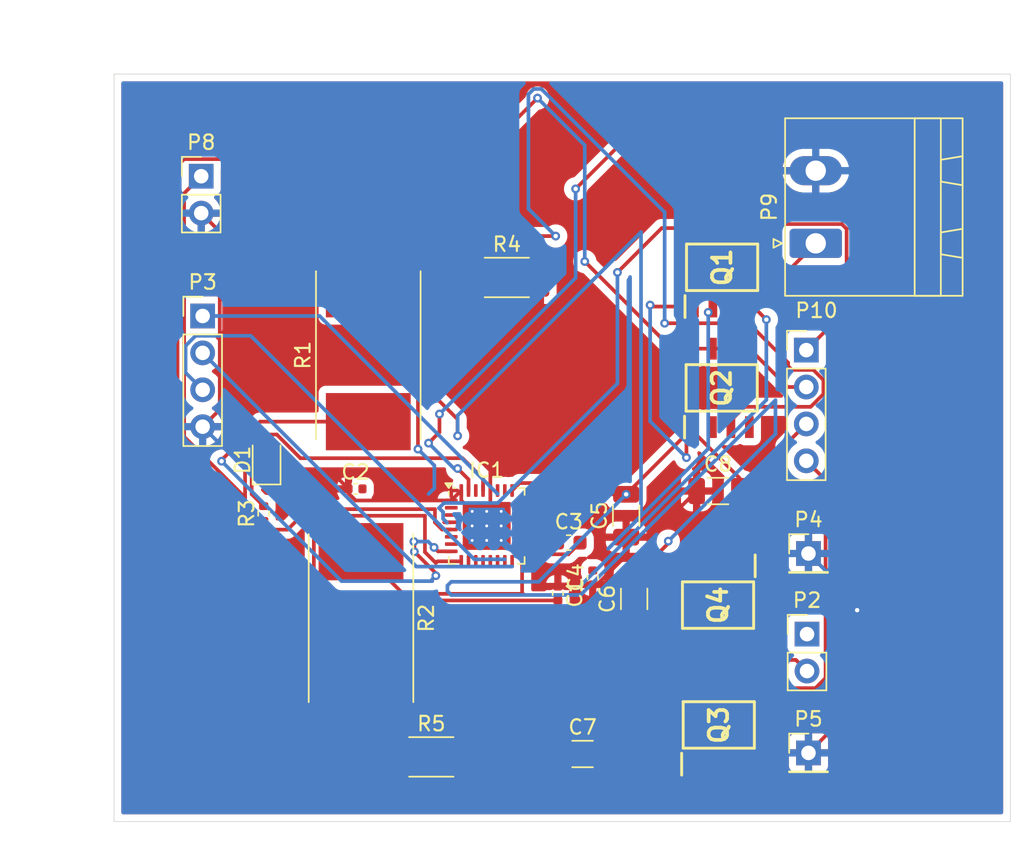
<source format=kicad_pcb>
(kicad_pcb (version 20240108) (generator "pcbnew") (generator_version "8.0")
  (layers (0 "F.Cu" signal) (31 "B.Cu" signal) (34 "B.Paste" user) (35 "F.Paste" user) (36 "B.SilkS" user "B.Silkscreen") (37 "F.SilkS" user "F.Silkscreen") (38 "B.Mask" user) (39 "F.Mask" user) (44 "Edge.Cuts" user))
  (net 0 "")
  (net 1 "Net-(IC1-5V_OUT)")
  (net 2 "GND")
  (net 3 "VM")
  (net 4 "Net-(IC1-VHS)")
  (net 5 "VCC_IO")
  (net 6 "Net-(D1-A)")
  (net 7 "HB2")
  (net 8 "A1")
  (net 10 "LA1")
  (net 12 "Net-(IC1-DIR)")
  (net 13 "SG_TEST")
  (net 14 "CLK16")
  (net 15 "Net-(IC1-STEP)")
  (net 16 "Net-(IC1-SRB)")
  (net 17 "LB2")
  (net 18 "HB1")
  (net 20 "LA2")
  (net 21 "A2")
  (net 23 "B2")
  (net 24 "Net-(IC1-SRA)")
  (net 26 "B1")
  (net 27 "HA2")
  (net 28 "HA1")
  (net 29 "LB1")
  (net 30 "DRV_EN")
  (net 31 "SRA")
  (net 32 "SRB")
  (footprint "Resistor_SMD:R_0402_1005Metric" (layer "F.Cu") (at 104.9 105.35 90)
    (property "Reference" "R3" (at 0 -1.17 90) (layer "F.SilkS"))
    (property "Value" "RCA04021K00JNED")
    (pad "1" smd roundrect (at -0.51 0 90) (size 0.54 0.64) (layers "F.Cu" "F.Paste" "F.Mask") (net 5 "VCC_IO"))
    (pad "2" smd roundrect (at 0.51 0 90) (size 0.54 0.64) (layers "F.Cu" "F.Paste" "F.Mask") (net 6 "Net-(D1-A)"))
  )
  (footprint "Connector_Phoenix_MSTB:PhoenixContact_MSTBA_2,5_2-G_1x02_P5.00mm_Horizontal" (layer "F.Cu") (at 142.9 86.75 90)
    (property "Reference" "P9" (at 2.5 -3.2 90) (layer "F.SilkS"))
    (property "Value" "VM")
    (pad "1" thru_hole roundrect (at 0 0 90) (size 2 3.6) (drill 1.4) (layers "*.Cu" "*.Mask") (roundrect_rratio 0.125) (net 3 "VM"))
    (pad "2" thru_hole oval (at 5 0 90) (size 2 3.6) (drill 1.4) (layers "*.Cu" "*.Mask") (net 2 "GND"))
  )
  (footprint "Capacitor_SMD:C_1206_3216Metric" (layer "F.Cu") (at 136.175 103.8)
    (property "Reference" "C8" (at 0 -1.85 360) (layer "F.SilkS"))
    (property "Value" "GMJ316BB7106KLHT")
    (pad "1" smd roundrect (at -1.475 0) (size 1.15 1.8) (layers "F.Cu" "F.Paste" "F.Mask") (roundrect_rratio 0.217391) (net 2 "GND"))
    (pad "2" smd roundrect (at 1.475 0) (size 1.15 1.8) (layers "F.Cu" "F.Paste" "F.Mask") (roundrect_rratio 0.217391) (net 3 "VM"))
  )
  (footprint "Custom_Library:SOT127P600X175-8N" (layer "F.Cu") (at 136.225 119.9 90)
    (property "Reference" "Q3" (at 0 0 90) (layer "F.SilkS") (effects (font (size 1.27 1.27) (thickness 0.254))))
    (property "Value" "SI4532CDY-T1-GE3" (hide yes))
    (pad "1" smd rect (at -2.7 -1.905 180) (size 0.6 1.5) (layers "F.Cu" "F.Paste" "F.Mask") (net 3 "VM"))
    (pad "2" smd rect (at -2.7 -0.635 180) (size 0.6 1.5) (layers "F.Cu" "F.Paste" "F.Mask") (net 7 "HB2"))
    (pad "3" smd rect (at -2.7 0.635 180) (size 0.6 1.5) (layers "F.Cu" "F.Paste" "F.Mask") (net 32 "SRB"))
    (pad "4" smd rect (at -2.7 1.905 180) (size 0.6 1.5) (layers "F.Cu" "F.Paste" "F.Mask") (net 17 "LB2"))
    (pad "5" smd rect (at 2.7 1.905 180) (size 0.6 1.5) (layers "F.Cu" "F.Paste" "F.Mask") (net 23 "B2"))
    (pad "6" smd rect (at 2.7 0.635 180) (size 0.6 1.5) (layers "F.Cu" "F.Paste" "F.Mask") (net 23 "B2"))
    (pad "7" smd rect (at 2.7 -0.635 180) (size 0.6 1.5) (layers "F.Cu" "F.Paste" "F.Mask") (net 23 "B2"))
    (pad "8" smd rect (at 2.7 -1.905 180) (size 0.6 1.5) (layers "F.Cu" "F.Paste" "F.Mask") (net 23 "B2"))
  )
  (footprint "Resistor_SMD:R_2010_5025Metric" (layer "F.Cu") (at 116.4375 122.1)
    (property "Reference" "R5" (at 0 -2.28 360) (layer "F.SilkS"))
    (property "Value" "WFMB2010R0750FEA")
    (pad "1" smd roundrect (at -2.3125 0) (size 1.225 2.65) (layers "F.Cu" "F.Paste" "F.Mask") (roundrect_rratio 0.204082) (net 32 "SRB"))
    (pad "2" smd roundrect (at 2.3125 0) (size 1.225 2.65) (layers "F.Cu" "F.Paste" "F.Mask") (roundrect_rratio 0.204082) (net 2 "GND"))
  )
  (footprint "Connector_PinHeader_2.54mm:PinHeader_1x02_P2.54mm_Vertical" (layer "F.Cu") (at 100.6 82.13)
    (property "Reference" "P8" (at 0 -2.33 0) (layer "F.SilkS"))
    (property "Value" "VCC_IO")
    (pad "1" thru_hole rect (at 0 0) (size 1.7 1.7) (drill 1) (layers "*.Cu" "*.Mask") (net 5 "VCC_IO"))
    (pad "2" thru_hole oval (at 0 2.54) (size 1.7 1.7) (drill 1) (layers "*.Cu" "*.Mask") (net 2 "GND"))
  )
  (footprint "Custom_Library:SOT127P600X175-8N" (layer "F.Cu") (at 136.175 111.65 -90)
    (property "Reference" "Q4" (at 0 0 90) (layer "F.SilkS") (effects (font (size 1.27 1.27) (thickness 0.254))))
    (property "Value" "SI4532CDY-T1-GE3" (hide yes))
    (pad "1" smd rect (at -2.7 -1.905) (size 0.6 1.5) (layers "F.Cu" "F.Paste" "F.Mask") (net 3 "VM"))
    (pad "2" smd rect (at -2.7 -0.635) (size 0.6 1.5) (layers "F.Cu" "F.Paste" "F.Mask") (net 18 "HB1"))
    (pad "3" smd rect (at -2.7 0.635) (size 0.6 1.5) (layers "F.Cu" "F.Paste" "F.Mask") (net 32 "SRB"))
    (pad "4" smd rect (at -2.7 1.905) (size 0.6 1.5) (layers "F.Cu" "F.Paste" "F.Mask") (net 29 "LB1"))
    (pad "5" smd rect (at 2.7 1.905) (size 0.6 1.5) (layers "F.Cu" "F.Paste" "F.Mask") (net 26 "B1"))
    (pad "6" smd rect (at 2.7 0.635) (size 0.6 1.5) (layers "F.Cu" "F.Paste" "F.Mask") (net 26 "B1"))
    (pad "7" smd rect (at 2.7 -0.635) (size 0.6 1.5) (layers "F.Cu" "F.Paste" "F.Mask") (net 26 "B1"))
    (pad "8" smd rect (at 2.7 -1.905) (size 0.6 1.5) (layers "F.Cu" "F.Paste" "F.Mask") (net 26 "B1"))
  )
  (footprint "Custom_Library:SOT127P600X175-8N" (layer "F.Cu") (at 136.455 88.4 90)
    (property "Reference" "Q1" (at 0 0 90) (layer "F.SilkS") (effects (font (size 1.27 1.27) (thickness 0.254))))
    (property "Value" "SI4532CDY-T1-GE3" (hide yes))
    (pad "1" smd rect (at -2.7 -1.905 180) (size 0.6 1.5) (layers "F.Cu" "F.Paste" "F.Mask") (net 3 "VM"))
    (pad "2" smd rect (at -2.7 -0.635 180) (size 0.6 1.5) (layers "F.Cu" "F.Paste" "F.Mask") (net 27 "HA2"))
    (pad "3" smd rect (at -2.7 0.635 180) (size 0.6 1.5) (layers "F.Cu" "F.Paste" "F.Mask") (net 31 "SRA"))
    (pad "4" smd rect (at -2.7 1.905 180) (size 0.6 1.5) (layers "F.Cu" "F.Paste" "F.Mask") (net 20 "LA2"))
    (pad "5" smd rect (at 2.7 1.905 180) (size 0.6 1.5) (layers "F.Cu" "F.Paste" "F.Mask") (net 21 "A2"))
    (pad "6" smd rect (at 2.7 0.635 180) (size 0.6 1.5) (layers "F.Cu" "F.Paste" "F.Mask") (net 21 "A2"))
    (pad "7" smd rect (at 2.7 -0.635 180) (size 0.6 1.5) (layers "F.Cu" "F.Paste" "F.Mask") (net 21 "A2"))
    (pad "8" smd rect (at 2.7 -1.905 180) (size 0.6 1.5) (layers "F.Cu" "F.Paste" "F.Mask") (net 21 "A2"))
  )
  (footprint "Connector_PinHeader_2.54mm:PinHeader_1x02_P2.54mm_Vertical" (layer "F.Cu") (at 142.3 113.65)
    (property "Reference" "P2" (at 0 -2.33 0) (layer "F.SilkS"))
    (property "Value" "STEP/DIR")
    (pad "1" thru_hole rect (at 0 0) (size 1.7 1.7) (drill 1) (layers "*.Cu" "*.Mask") (net 12 "Net-(IC1-DIR)"))
    (pad "2" thru_hole oval (at 0 2.54) (size 1.7 1.7) (drill 1) (layers "*.Cu" "*.Mask") (net 15 "Net-(IC1-STEP)"))
  )
  (footprint "LED_SMD:LED_0805_2012Metric" (layer "F.Cu") (at 105.1 101.6625 90)
    (property "Reference" "D1" (at 0 -1.65 90) (layer "F.SilkS"))
    (property "Value" "KB_EELP41.12-P1R2-36-3X4X-5-R18")
    (pad "1" smd roundrect (at -0.9375 0 90) (size 0.975 1.4) (layers "F.Cu" "F.Paste" "F.Mask") (net 2 "GND"))
    (pad "2" smd roundrect (at 0.9375 0 90) (size 0.975 1.4) (layers "F.Cu" "F.Paste" "F.Mask") (net 6 "Net-(D1-A)"))
  )
  (footprint "Capacitor_SMD:C_1206_3216Metric" (layer "F.Cu") (at 130.4 111.225 90)
    (property "Reference" "C6" (at 0 -1.85 90) (layer "F.SilkS"))
    (property "Value" "GMJ316BB7106KLHT")
    (pad "1" smd roundrect (at -1.475 0 90) (size 1.15 1.8) (layers "F.Cu" "F.Paste" "F.Mask") (roundrect_rratio 0.217391) (net 2 "GND"))
    (pad "2" smd roundrect (at 1.475 0 90) (size 1.15 1.8) (layers "F.Cu" "F.Paste" "F.Mask") (roundrect_rratio 0.217391) (net 3 "VM"))
  )
  (footprint "Capacitor_SMD:C_0402_1005Metric" (layer "F.Cu") (at 125.15 110.85 -90)
    (property "Reference" "C1" (at 0 -1.16 90) (layer "F.SilkS"))
    (property "Value" "CGA2B1X7S1C474K050BE")
    (pad "1" smd roundrect (at -0.48 0 270) (size 0.56 0.62) (layers "F.Cu" "F.Paste" "F.Mask") (net 2 "GND"))
    (pad "2" smd roundrect (at 0.48 0 270) (size 0.56 0.62) (layers "F.Cu" "F.Paste" "F.Mask") (net 1 "Net-(IC1-5V_OUT)"))
  )
  (footprint "Connector_PinHeader_2.54mm:PinHeader_1x04_P2.54mm_Vertical" (layer "F.Cu") (at 100.7 91.75)
    (property "Reference" "P3" (at 0 -2.33 0) (layer "F.SilkS"))
    (property "Value" "MISC")
    (pad "1" thru_hole rect (at 0 0) (size 1.7 1.7) (drill 1) (layers "*.Cu" "*.Mask") (net 13 "SG_TEST"))
    (pad "2" thru_hole oval (at 0 2.54) (size 1.7 1.7) (drill 1) (layers "*.Cu" "*.Mask") (net 14 "CLK16"))
    (pad "3" thru_hole oval (at 0 5.08) (size 1.7 1.7) (drill 1) (layers "*.Cu" "*.Mask") (net 30 "DRV_EN"))
    (pad "4" thru_hole oval (at 0 7.62) (size 1.7 1.7) (drill 1) (layers "*.Cu" "*.Mask") (net 2 "GND"))
  )
  (footprint "Capacitor_SMD:C_0402_1005Metric" (layer "F.Cu") (at 111.22 103.65)
    (property "Reference" "C2" (at 0 -1.16 0) (layer "F.SilkS"))
    (property "Value" "04025C104MAT2A")
    (pad "1" smd roundrect (at -0.48 0) (size 0.56 0.62) (layers "F.Cu" "F.Paste" "F.Mask") (net 2 "GND"))
    (pad "2" smd roundrect (at 0.48 0) (size 0.56 0.62) (layers "F.Cu" "F.Paste" "F.Mask") (net 3 "VM"))
  )
  (footprint "Resistor_SMD:R_Shunt_Vishay_WSR2_WSR3" (layer "F.Cu") (at 112.1 94.449141 90)
    (property "Reference" "R1" (at 0 -4.5 90) (layer "F.SilkS"))
    (property "Value" "WSR2R0500FEA")
    (pad "1" smd rect (at -4.575 0 90) (size 3.94 5.84) (layers "F.Cu" "F.Paste" "F.Mask") (net 24 "Net-(IC1-SRA)"))
    (pad "2" smd rect (at 4.575 0 90) (size 3.94 5.84) (layers "F.Cu" "F.Paste" "F.Mask") (net 31 "SRA"))
  )
  (footprint "Connector_PinHeader_2.54mm:PinHeader_1x04_P2.54mm_Vertical" (layer "F.Cu") (at 142.25 94.1)
    (property "Reference" "P10" (at 0.7 -2.73 0) (layer "F.SilkS"))
    (property "Value" "MAB")
    (pad "1" thru_hole rect (at 0 0) (size 1.7 1.7) (drill 1) (layers "*.Cu" "*.Mask") (net 21 "A2"))
    (pad "2" thru_hole oval (at 0 2.54) (size 1.7 1.7) (drill 1) (layers "*.Cu" "*.Mask") (net 8 "A1"))
    (pad "3" thru_hole oval (at 0 5.08) (size 1.7 1.7) (drill 1) (layers "*.Cu" "*.Mask") (net 26 "B1"))
    (pad "4" thru_hole oval (at 0 7.62) (size 1.7 1.7) (drill 1) (layers "*.Cu" "*.Mask") (net 23 "B2"))
  )
  (footprint "Connector_PinHeader_2.54mm:PinHeader_1x01_P2.54mm_Vertical" (layer "F.Cu") (at 142.4 121.825)
    (property "Reference" "P5" (at 0 -2.33 0) (layer "F.SilkS"))
    (property "Value" "Conn_01x01")
    (pad "1" thru_hole rect (at 0 0) (size 1.7 1.7) (drill 1) (layers "*.Cu" "*.Mask") (net 2 "GND"))
  )
  (footprint "Capacitor_SMD:C_0402_1005Metric" (layer "F.Cu") (at 127.55 109.75 90)
    (property "Reference" "C4" (at 0 -1.16 90) (layer "F.SilkS"))
    (property "Value" "0402X7R104KT7AT")
    (pad "1" smd roundrect (at -0.48 0 90) (size 0.56 0.62) (layers "F.Cu" "F.Paste" "F.Mask") (net 2 "GND"))
    (pad "2" smd roundrect (at 0.48 0 90) (size 0.56 0.62) (layers "F.Cu" "F.Paste" "F.Mask") (net 5 "VCC_IO"))
  )
  (footprint "Capacitor_SMD:C_0603_1608Metric" (layer "F.Cu") (at 125.9 107.35)
    (property "Reference" "C3" (at 0 -1.43 0) (layer "F.SilkS"))
    (property "Value" "C0603X224K4RACAUTO")
    (pad "1" smd roundrect (at -0.775 0) (size 0.9 0.95) (layers "F.Cu" "F.Paste" "F.Mask") (net 3 "VM"))
    (pad "2" smd roundrect (at 0.775 0) (size 0.9 0.95) (layers "F.Cu" "F.Paste" "F.Mask") (net 4 "Net-(IC1-VHS)"))
  )
  (footprint "Capacitor_SMD:C_1206_3216Metric" (layer "F.Cu") (at 126.85 121.9)
    (property "Reference" "C7" (at 0 -1.85 360) (layer "F.SilkS"))
    (property "Value" "GMJ316BB7106KLHT")
    (pad "1" smd roundrect (at -1.475 0) (size 1.15 1.8) (layers "F.Cu" "F.Paste" "F.Mask") (roundrect_rratio 0.217391) (net 2 "GND"))
    (pad "2" smd roundrect (at 1.475 0) (size 1.15 1.8) (layers "F.Cu" "F.Paste" "F.Mask") (roundrect_rratio 0.217391) (net 3 "VM"))
  )
  (footprint "Connector_PinHeader_2.54mm:PinHeader_1x01_P2.54mm_Vertical" (layer "F.Cu") (at 142.4 108.1)
    (property "Reference" "P4" (at 0 -2.33 0) (layer "F.SilkS"))
    (property "Value" "Conn_01x01")
    (pad "1" thru_hole rect (at 0 0) (size 1.7 1.7) (drill 1) (layers "*.Cu" "*.Mask") (net 2 "GND"))
  )
  (footprint "Capacitor_SMD:C_1206_3216Metric" (layer "F.Cu") (at 129.85 105.5 90)
    (property "Reference" "C5" (at 0 -1.85 90) (layer "F.SilkS"))
    (property "Value" "GMJ316BB7106KLHT")
    (pad "1" smd roundrect (at -1.475 0 90) (size 1.15 1.8) (layers "F.Cu" "F.Paste" "F.Mask") (roundrect_rratio 0.217391) (net 2 "GND"))
    (pad "2" smd roundrect (at 1.475 0 90) (size 1.15 1.8) (layers "F.Cu" "F.Paste" "F.Mask") (roundrect_rratio 0.217391) (net 3 "VM"))
  )
  (footprint "Resistor_SMD:R_Shunt_Vishay_WSR2_WSR3" (layer "F.Cu") (at 111.6 112.55 -90)
    (property "Reference" "R2" (at 0 -4.5 90) (layer "F.SilkS"))
    (property "Value" "WSR2R0500FEA")
    (pad "1" smd rect (at -4.575 0 270) (size 3.94 5.84) (layers "F.Cu" "F.Paste" "F.Mask") (net 16 "Net-(IC1-SRB)"))
    (pad "2" smd rect (at 4.575 0 270) (size 3.94 5.84) (layers "F.Cu" "F.Paste" "F.Mask") (net 32 "SRB"))
  )
  (footprint "Package_DFN_QFN:QFN-32-1EP_5x5mm_P0.5mm_EP3.3x3.3mm_ThermalVias" (layer "F.Cu") (at 120.25 106.2)
    (property "Reference" "IC1" (at 0 -3.83 360) (layer "F.SilkS"))
    (property "Value" "~")
    (pad "1" smd roundrect (at -2.4375 -1.75) (size 0.875 0.25) (layers "F.Cu" "F.Paste" "F.Mask") (net 2 "GND"))
    (pad "2" smd roundrect (at -2.4375 -1.25) (size 0.875 0.25) (layers "F.Cu" "F.Paste" "F.Mask") (net 28 "HA1"))
    (pad "3" smd roundrect (at -2.4375 -0.75) (size 0.875 0.25) (layers "F.Cu" "F.Paste" "F.Mask") (net 27 "HA2"))
    (pad "4" smd roundrect (at -2.4375 -0.25) (size 0.875 0.25) (layers "F.Cu" "F.Paste" "F.Mask") (net 21 "A2"))
    (pad "5" smd roundrect (at -2.4375 0.25) (size 0.875 0.25) (layers "F.Cu" "F.Paste" "F.Mask") (net 8 "A1"))
    (pad "6" smd roundrect (at -2.4375 0.75) (size 0.875 0.25) (layers "F.Cu" "F.Paste" "F.Mask") (net 10 "LA1"))
    (pad "7" smd roundrect (at -2.4375 1.25) (size 0.875 0.25) (layers "F.Cu" "F.Paste" "F.Mask") (net 20 "LA2"))
    (pad "8" smd roundrect (at -2.4375 1.75) (size 0.875 0.25) (layers "F.Cu" "F.Paste" "F.Mask") (net 24 "Net-(IC1-SRA)"))
    (pad "9" smd roundrect (at -1.75 2.4375) (size 0.25 0.875) (layers "F.Cu" "F.Paste" "F.Mask") (net 1 "Net-(IC1-5V_OUT)"))
    (pad "10" smd roundrect (at -1.25 2.4375) (size 0.25 0.875) (layers "F.Cu" "F.Paste" "F.Mask"))
    (pad "11" smd roundrect (at -0.75 2.4375) (size 0.25 0.875) (layers "F.Cu" "F.Paste" "F.Mask"))
    (pad "12" smd roundrect (at -0.25 2.4375) (size 0.25 0.875) (layers "F.Cu" "F.Paste" "F.Mask"))
    (pad "13" smd roundrect (at 0.25 2.4375) (size 0.25 0.875) (layers "F.Cu" "F.Paste" "F.Mask") (net 2 "GND"))
    (pad "14" smd roundrect (at 0.75 2.4375) (size 0.25 0.875) (layers "F.Cu" "F.Paste" "F.Mask"))
    (pad "15" smd roundrect (at 1.25 2.4375) (size 0.25 0.875) (layers "F.Cu" "F.Paste" "F.Mask") (net 30 "DRV_EN"))
    (pad "16" smd roundrect (at 1.75 2.4375) (size 0.25 0.875) (layers "F.Cu" "F.Paste" "F.Mask") (net 14 "CLK16"))
    (pad "17" smd roundrect (at 2.4375 1.75) (size 0.875 0.25) (layers "F.Cu" "F.Paste" "F.Mask") (net 16 "Net-(IC1-SRB)"))
    (pad "18" smd roundrect (at 2.4375 1.25) (size 0.875 0.25) (layers "F.Cu" "F.Paste" "F.Mask") (net 17 "LB2"))
    (pad "19" smd roundrect (at 2.4375 0.75) (size 0.875 0.25) (layers "F.Cu" "F.Paste" "F.Mask") (net 29 "LB1"))
    (pad "20" smd roundrect (at 2.4375 0.25) (size 0.875 0.25) (layers "F.Cu" "F.Paste" "F.Mask") (net 26 "B1"))
    (pad "21" smd roundrect (at 2.4375 -0.25) (size 0.875 0.25) (layers "F.Cu" "F.Paste" "F.Mask") (net 23 "B2"))
    (pad "22" smd roundrect (at 2.4375 -0.75) (size 0.875 0.25) (layers "F.Cu" "F.Paste" "F.Mask") (net 7 "HB2"))
    (pad "23" smd roundrect (at 2.4375 -1.25) (size 0.875 0.25) (layers "F.Cu" "F.Paste" "F.Mask") (net 18 "HB1"))
    (pad "24" smd roundrect (at 2.4375 -1.75) (size 0.875 0.25) (layers "F.Cu" "F.Paste" "F.Mask") (net 4 "Net-(IC1-VHS)"))
    (pad "25" smd roundrect (at 1.75 -2.4375) (size 0.25 0.875) (layers "F.Cu" "F.Paste" "F.Mask") (net 3 "VM"))
    (pad "26" smd roundrect (at 1.25 -2.4375) (size 0.25 0.875) (layers "F.Cu" "F.Paste" "F.Mask"))
    (pad "27" smd roundrect (at 0.75 -2.4375) (size 0.25 0.875) (layers "F.Cu" "F.Paste" "F.Mask") (net 13 "SG_TEST"))
    (pad "28" smd roundrect (at 0.25 -2.4375) (size 0.25 0.875) (layers "F.Cu" "F.Paste" "F.Mask") (net 2 "GND"))
    (pad "29" smd roundrect (at -0.25 -2.4375) (size 0.25 0.875) (layers "F.Cu" "F.Paste" "F.Mask") (net 5 "VCC_IO"))
    (pad "30" smd roundrect (at -0.75 -2.4375) (size 0.25 0.875) (layers "F.Cu" "F.Paste" "F.Mask") (net 12 "Net-(IC1-DIR)"))
    (pad "31" smd roundrect (at -1.25 -2.4375) (size 0.25 0.875) (layers "F.Cu" "F.Paste" "F.Mask") (net 15 "Net-(IC1-STEP)"))
    (pad "32" smd roundrect (at -1.75 -2.4375) (size 0.25 0.875) (layers "F.Cu" "F.Paste" "F.Mask") (net 2 "GND"))
    (pad "33" thru_hole circle (at -1 -1) (size 0.5 0.5) (drill 0.2) (property pad_prop_heatsink) (layers "*.Cu") (net 2 "GND"))
    (pad "33" thru_hole circle (at -1 0) (size 0.5 0.5) (drill 0.2) (property pad_prop_heatsink) (layers "*.Cu") (net 2 "GND"))
    (pad "33" thru_hole circle (at -1 1) (size 0.5 0.5) (drill 0.2) (property pad_prop_heatsink) (layers "*.Cu") (net 2 "GND"))
    (pad "33" thru_hole circle (at 0 -1) (size 0.5 0.5) (drill 0.2) (property pad_prop_heatsink) (layers "*.Cu") (net 2 "GND"))
    (pad "33" thru_hole circle (at 0 0) (size 0.5 0.5) (drill 0.2) (property pad_prop_heatsink) (layers "*.Cu") (net 2 "GND"))
    (pad "33" smd rect (at 0 0) (size 2.5 2.5) (property pad_prop_heatsink) (layers "B.Cu") (net 2 "GND"))
    (pad "33" smd rect (at 0 0) (size 3.3 3.3) (property pad_prop_heatsink) (layers "F.Cu" "F.Mask") (net 2 "GND"))
    (pad "33" thru_hole circle (at 0 1) (size 0.5 0.5) (drill 0.2) (property pad_prop_heatsink) (layers "*.Cu") (net 2 "GND"))
    (pad "33" thru_hole circle (at 1 -1) (size 0.5 0.5) (drill 0.2) (property pad_prop_heatsink) (layers "*.Cu") (net 2 "GND"))
    (pad "33" thru_hole circle (at 1 0) (size 0.5 0.5) (drill 0.2) (property pad_prop_heatsink) (layers "*.Cu") (net 2 "GND"))
    (pad "33" thru_hole circle (at 1 1) (size 0.5 0.5) (drill 0.2) (property pad_prop_heatsink) (layers "*.Cu") (net 2 "GND"))
  )
  (footprint "Custom_Library:SOT127P600X175-8N" (layer "F.Cu") (at 136.425 96.7 90)
    (property "Reference" "Q2" (at 0 0 90) (layer "F.SilkS") (effects (font (size 1.27 1.27) (thickness 0.254))))
    (property "Value" "SI4532CDY-T1-GE3" (hide yes))
    (pad "1" smd rect (at -2.7 -1.905 180) (size 0.6 1.5) (layers "F.Cu" "F.Paste" "F.Mask") (net 3 "VM"))
    (pad "2" smd rect (at -2.7 -0.635 180) (size 0.6 1.5) (layers "F.Cu" "F.Paste" "F.Mask") (net 28 "HA1"))
    (pad "3" smd rect (at -2.7 0.635 180) (size 0.6 1.5) (layers "F.Cu" "F.Paste" "F.Mask") (net 31 "SRA"))
    (pad "4" smd rect (at -2.7 1.905 180) (size 0.6 1.5) (layers "F.Cu" "F.Paste" "F.Mask") (net 10 "LA1"))
    (pad "5" smd rect (at 2.7 1.905 180) (size 0.6 1.5) (layers "F.Cu" "F.Paste" "F.Mask") (net 8 "A1"))
    (pad "6" smd rect (at 2.7 0.635 180) (size 0.6 1.5) (layers "F.Cu" "F.Paste" "F.Mask") (net 8 "A1"))
    (pad "7" smd rect (at 2.7 -0.635 180) (size 0.6 1.5) (layers "F.Cu" "F.Paste" "F.Mask") (net 8 "A1"))
    (pad "8" smd rect (at 2.7 -1.905 180) (size 0.6 1.5) (layers "F.Cu" "F.Paste" "F.Mask") (net 8 "A1"))
  )
  (footprint "Resistor_SMD:R_2010_5025Metric" (layer "F.Cu") (at 121.6375 89.1)
    (property "Reference" "R4" (at 0 -2.28 360) (layer "F.SilkS"))
    (property "Value" "WFMB2010R0750FEA")
    (pad "1" smd roundrect (at -2.3125 0) (size 1.225 2.65) (layers "F.Cu" "F.Paste" "F.Mask") (roundrect_rratio 0.204082) (net 31 "SRA"))
    (pad "2" smd roundrect (at 2.3125 0) (size 1.225 2.65) (layers "F.Cu" "F.Paste" "F.Mask") (roundrect_rratio 0.204082) (net 2 "GND"))
  )
  (gr_rect (start 94.6 75.1) (end 156.3 126.55) (stroke (width 0.05)) (fill none) (layer "Edge.Cuts"))
  (segment (start 116 108) (end 116.75 108.75) (width 0.254) (layer "F.Cu") (net 1))
  (segment (start 109.411 111.33) (end 108.353 110.272) (width 0.254) (layer "F.Cu") (net 1))
  (segment (start 108.5 105.5) (end 116 105.5) (width 0.254) (layer "F.Cu") (net 1))
  (segment (start 116.8625 108.6375) (end 118.5 108.6375) (width 0.254) (layer "F.Cu") (net 1))
  (segment (start 108.353 105.647) (end 108.5 105.5) (width 0.254) (layer "F.Cu") (net 1))
  (segment (start 116.75 108.75) (end 116.8625 108.6375) (width 0.254) (layer "F.Cu") (net 1))
  (segment (start 125.15 111.33) (end 109.411 111.33) (width 0.254) (layer "F.Cu") (net 1))
  (segment (start 108.353 110.272) (end 108.353 105.647) (width 0.254) (layer "F.Cu") (net 1))
  (segment (start 116 105.5) (end 116 108) (width 0.254) (layer "F.Cu") (net 1))
  (segment (start 142.4 121.825) (end 145.75 118.475) (width 0.254) (layer "F.Cu") (net 2))
  (segment (start 123.95 89.1) (end 120.5 92.55) (width 0.254) (layer "F.Cu") (net 2))
  (segment (start 105.1 102.6) (end 109.69 102.6) (width 0.254) (layer "F.Cu") (net 2))
  (segment (start 101.877 98.193) (end 100.7 99.37) (width 0.254) (layer "F.Cu") (net 2))
  (segment (start 109.69 102.6) (end 110.74 103.65) (width 0.254) (layer "F.Cu") (net 2))
  (segment (start 101.877 85.947) (end 101.877 98.193) (width 0.254) (layer "F.Cu") (net 2))
  (segment (start 111.230001 104.45) (end 117.8125 104.45) (width 0.254) (layer "F.Cu") (net 2))
  (segment (start 131.525 106.975) (end 134.7 103.8) (width 0.254) (layer "F.Cu") (net 2))
  (segment (start 142.9 81.75) (end 142.9 81.1) (width 0.254) (layer "F.Cu") (net 2))
  (segment (start 129.85 106.975) (end 131.525 106.975) (width 0.254) (layer "F.Cu") (net 2))
  (segment (start 118.5 103.7625) (end 118.5 104.45) (width 0.254) (layer "F.Cu") (net 2))
  (segment (start 125.375 121.9) (end 125.375 117.725) (width 0.254) (layer "F.Cu") (net 2))
  (segment (start 120.5 103.7625) (end 120.5 104.95) (width 0.254) (layer "F.Cu") (net 2))
  (segment (start 120.5 104.95) (end 120.25 105.2) (width 0.254) (layer "F.Cu") (net 2))
  (segment (start 142.9 81.1) (end 143 81) (width 0.254) (layer "F.Cu") (net 2))
  (segment (start 120.5 92.55) (end 120.5 103.7625) (width 0.254) (layer "F.Cu") (net 2))
  (segment (start 142.9 81.75) (end 131.3 81.75) (width 0.254) (layer "F.Cu") (net 2))
  (segment (start 129.85 108.239999) (end 129.85 106.975) (width 0.254) (layer "F.Cu") (net 2))
  (segment (start 127.55 110.23) (end 127.859999 110.23) (width 0.254) (layer "F.Cu") (net 2))
  (segment (start 100.6 84.67) (end 128.38 84.67) (width 0.254) (layer "F.Cu") (net 2))
  (segment (start 117.8125 104.45) (end 118.5 103.7625) (width 0.254) (layer "F.Cu") (net 2))
  (segment (start 110.74 103.65) (end 110.74 103.959999) (width 0.254) (layer "F.Cu") (net 2))
  (segment (start 110.74 103.959999) (end 111.230001 104.45) (width 0.254) (layer "F.Cu") (net 2))
  (segment (start 100.6 84.67) (end 101.877 85.947) (width 0.254) (layer "F.Cu") (net 2))
  (segment (start 128.38 84.67) (end 130.9 82.15) (width 0.254) (layer "F.Cu") (net 2))
  (segment (start 125.175 122.1) (end 125.375 121.9) (width 0.254) (layer "F.Cu") (net 2))
  (segment (start 130.9 82.15) (end 123.95 89.1) (width 0.254) (layer "F.Cu") (net 2))
  (segment (start 118.75 122.1) (end 125.175 122.1) (width 0.254) (layer "F.Cu") (net 2))
  (segment (start 130.4 112.7) (end 127.93 110.23) (width 0.254) (layer "F.Cu") (net 2))
  (segment (start 127.55 110.23) (end 125.29 110.23) (width 0.254) (layer "F.Cu") (net 2))
  (segment (start 131.3 81.75) (end 130.9 82.15) (width 0.254) (layer "F.Cu") (net 2))
  (segment (start 125.29 110.23) (end 125.15 110.37) (width 0.254) (layer "F.Cu") (net 2))
  (segment (start 125.375 117.725) (end 130.4 112.7) (width 0.254) (layer "F.Cu") (net 2))
  (segment (start 145.75 118.475) (end 145.75 112) (width 0.254) (layer "F.Cu") (net 2))
  (segment (start 127.859999 110.23) (end 129.85 108.239999) (width 0.254) (layer "F.Cu") (net 2))
  (segment (start 127.93 110.23) (end 127.55 110.23) (width 0.254) (layer "F.Cu") (net 2))
  (segment (start 118.5 104.45) (end 119.25 105.2) (width 0.254) (layer "F.Cu") (net 2))
  (via blind (at 145.75 112) (size 0.6) (drill 0.3) (layers "F.Cu" "B.Cu") (net 2))
  (segment (start 103.83 102.5) (end 104.75 102.5) (width 0.254) (layer "B.Cu") (net 2))
  (segment (start 145.25 110.95) (end 142.4 108.1) (width 0.254) (layer "B.Cu") (net 2))
  (segment (start 100.7 99.37) (end 103.83 102.5) (width 0.254) (layer "B.Cu") (net 2))
  (segment (start 145.25 111.5) (end 145.25 110.95) (width 0.254) (layer "B.Cu") (net 2))
  (segment (start 145.75 112) (end 145.25 111.5) (width 0.254) (layer "B.Cu") (net 2))
  (segment (start 131.627 118.598) (end 131.627 110.977) (width 0.254) (layer "F.Cu") (net 3))
  (segment (start 137.65 102.9) (end 137.65 103.8) (width 0.254) (layer "F.Cu") (net 3))
  (segment (start 134.55 90.7) (end 134.55 91.1) (width 0.254) (layer "F.Cu") (net 3))
  (segment (start 137.65 108.52) (end 138.08 108.95) (width 0.254) (layer "F.Cu") (net 3))
  (segment (start 125.125 103.375) (end 125.25 103.25) (width 0.254) (layer "F.Cu") (net 3))
  (segment (start 142.9 86.75) (end 139.627 90.023) (width 0.254) (layer "F.Cu") (net 3))
  (segment (start 122.5125 103.25) (end 122 103.7625) (width 0.254) (layer "F.Cu") (net 3))
  (segment (start 131.627 110.977) (end 130.4 109.75) (width 0.254) (layer "F.Cu") (net 3))
  (segment (start 129.85 104.025) (end 134.475 99.4) (width 0.254) (layer "F.Cu") (net 3))
  (segment (start 137.65 103.8) (end 137.65 108.52) (width 0.254) (layer "F.Cu") (net 3))
  (segment (start 128.325 121.9) (end 131.627 118.598) (width 0.254) (layer "F.Cu") (net 3))
  (segment (start 134.52 99.4) (end 134.52 99.77) (width 0.254) (layer "F.Cu") (net 3))
  (segment (start 130.4 109.75) (end 132.75 107.4) (width 0.254) (layer "F.Cu") (net 3))
  (segment (start 128.325 121.9) (end 129.025 122.6) (width 0.254) (layer "F.Cu") (net 3))
  (segment (start 125.25 103.25) (end 126.025 104.025) (width 0.254) (layer "F.Cu") (net 3))
  (segment (start 134.52 99.77) (end 137.65 102.9) (width 0.254) (layer "F.Cu") (net 3))
  (segment (start 126.025 104.025) (end 129.85 104.025) (width 0.254) (layer "F.Cu") (net 3))
  (segment (start 129.025 122.6) (end 134.32 122.6) (width 0.254) (layer "F.Cu") (net 3))
  (segment (start 139.627 90.023) (end 135.227 90.023) (width 0.254) (layer "F.Cu") (net 3))
  (segment (start 134 101.5) (end 134 99.92) (width 0.254) (layer "F.Cu") (net 3))
  (segment (start 134.55 91.1) (end 131.6 91.1) (width 0.254) (layer "F.Cu") (net 3))
  (segment (start 125.125 107.35) (end 125.125 103.375) (width 0.254) (layer "F.Cu") (net 3))
  (segment (start 135.227 90.023) (end 134.55 90.7) (width 0.254) (layer "F.Cu") (net 3))
  (segment (start 131.6 91.1) (end 131.5 91) (width 0.254) (layer "F.Cu") (net 3))
  (segment (start 134.475 99.4) (end 134.52 99.4) (width 0.254) (layer "F.Cu") (net 3))
  (segment (start 125.25 103.25) (end 122.5125 103.25) (width 0.254) (layer "F.Cu") (net 3))
  (segment (start 132.75 107.4) (end 132.75 107.25) (width 0.254) (layer "F.Cu") (net 3))
  (segment (start 134 99.92) (end 134.52 99.4) (width 0.254) (layer "F.Cu") (net 3))
  (via blind (at 134 101.5) (size 0.6) (drill 0.3) (layers "F.Cu" "B.Cu") (net 3))
  (via blind (at 131.5 91) (size 0.6) (drill 0.3) (layers "F.Cu" "B.Cu") (net 3))
  (via blind (at 129.85 104.025) (size 0.6) (drill 0.3) (layers "F.Cu" "B.Cu") (net 3))
  (via blind (at 132.75 107.25) (size 0.6) (drill 0.3) (layers "F.Cu" "B.Cu") (net 3))
  (segment (start 140.127 97.543817) (end 126.716817 110.954) (width 0.254) (layer "B.Cu") (net 3))
  (segment (start 123.829 110.046) (end 129.85 104.025) (width 0.254) (layer "B.Cu") (net 3))
  (segment (start 132.75 107.25) (end 140.127 99.873) (width 0.254) (layer "B.Cu") (net 3))
  (segment (start 117.811947 110.046) (end 123.829 110.046) (width 0.254) (layer "B.Cu") (net 3))
  (segment (start 117.811947 110.954) (end 117.546 110.688053) (width 0.254) (layer "B.Cu") (net 3))
  (segment (start 131.5 91) (end 131.5 99) (width 0.254) (layer "B.Cu") (net 3))
  (segment (start 140.127 99.873) (end 140.127 97.543817) (width 0.254) (layer "B.Cu") (net 3))
  (segment (start 131.5 99) (end 134 101.5) (width 0.254) (layer "B.Cu") (net 3))
  (segment (start 117.546 110.688053) (end 117.546 110.311947) (width 0.254) (layer "B.Cu") (net 3))
  (segment (start 117.546 110.311947) (end 117.811947 110.046) (width 0.254) (layer "B.Cu") (net 3))
  (segment (start 126.716817 110.954) (end 117.811947 110.954) (width 0.254) (layer "B.Cu") (net 3))
  (segment (start 124.671 104.5) (end 124.671 103.75) (width 0.254) (layer "F.Cu") (net 4))
  (segment (start 124.671 103.75) (end 123.25 103.75) (width 0.254) (layer "F.Cu") (net 4))
  (segment (start 124.66512 108.152) (end 124.348 107.83488) (width 0.254) (layer "F.Cu") (net 4))
  (segment (start 125.873 108.152) (end 124.66512 108.152) (width 0.254) (layer "F.Cu") (net 4))
  (segment (start 126.675 107.35) (end 125.873 108.152) (width 0.254) (layer "F.Cu") (net 4))
  (segment (start 124.348 107.83488) (end 124.348 104.823) (width 0.254) (layer "F.Cu") (net 4))
  (segment (start 124.348 104.823) (end 124.671 104.5) (width 0.254) (layer "F.Cu") (net 4))
  (segment (start 123.25 103.75) (end 123.25 103.8875) (width 0.254) (layer "F.Cu") (net 4))
  (segment (start 123.25 103.8875) (end 122.6875 104.45) (width 0.254) (layer "F.Cu") (net 4))
  (segment (start 120 102.954) (end 120 103.7625) (width 0.254) (layer "F.Cu") (net 5))
  (segment (start 107.428418 101.5395) (end 118.5855 101.5395) (width 0.254) (layer "F.Cu") (net 5))
  (segment (start 103.619 104.25) (end 103.619 100.692082) (width 0.254) (layer "F.Cu") (net 5))
  (segment (start 103.619 100.692082) (end 104.400582 99.9105) (width 0.254) (layer "F.Cu") (net 5))
  (segment (start 118.5855 101.5395) (end 120 102.954) (width 0.254) (layer "F.Cu") (net 5))
  (segment (start 100.6 82.13) (end 99.423 83.307) (width 0.254) (layer "F.Cu") (net 5))
  (segment (start 105.799418 99.9105) (end 107.428418 101.5395) (width 0.254) (layer "F.Cu") (net 5))
  (segment (start 99.423 100.054) (end 103.619 104.25) (width 0.254) (layer "F.Cu") (net 5))
  (segment (start 103.619 104.579) (end 103.619 104.25) (width 0.254) (layer "F.Cu") (net 5))
  (segment (start 104.9 105.86) (end 103.619 104.579) (width 0.254) (layer "F.Cu") (net 5))
  (segment (start 99.423 83.307) (end 99.423 100.054) (width 0.254) (layer "F.Cu") (net 5))
  (segment (start 104.400582 99.9105) (end 105.799418 99.9105) (width 0.254) (layer "F.Cu") (net 5))
  (segment (start 104.073 101.752) (end 105.1 100.725) (width 0.254) (layer "F.Cu") (net 6))
  (segment (start 104.9 104.84) (end 104.073 104.013) (width 0.254) (layer "F.Cu") (net 6))
  (segment (start 104.073 104.013) (end 104.073 101.752) (width 0.254) (layer "F.Cu") (net 6))
  (segment (start 138.33 94) (end 137.06 94) (width 0.254) (layer "F.Cu") (net 8))
  (segment (start 104.519892 106.457) (end 106.543 106.457) (width 0.254) (layer "F.Cu") (net 8))
  (segment (start 117.180379 106.45) (end 117.8125 106.45) (width 0.254) (layer "F.Cu") (net 8))
  (segment (start 123.75 76.75) (end 119.547 80.953) (width 0.254) (layer "F.Cu") (net 8))
  (segment (start 133 94) (end 127 88) (width 0.254) (layer "F.Cu") (net 8))
  (segment (start 134.52 94) (end 133 94) (width 0.254) (layer "F.Cu") (net 8))
  (segment (start 140.97 96.64) (end 138.33 94) (width 0.254) (layer "F.Cu") (net 8))
  (segment (start 119.547 80.953) (end 99.423 80.953) (width 0.254) (layer "F.Cu") (net 8))
  (segment (start 135.79 94) (end 134.52 94) (width 0.254) (layer "F.Cu") (net 8))
  (segment (start 99.423 80.953) (end 98.969 81.407) (width 0.254) (layer "F.Cu") (net 8))
  (segment (start 106.543 106.457) (end 108.375 104.625) (width 0.254) (layer "F.Cu") (net 8))
  (segment (start 116.688864 105.958485) (end 117.180379 106.45) (width 0.254) (layer "F.Cu") (net 8))
  (segment (start 98.969 81.407) (end 98.969 100.906108) (width 0.254) (layer "F.Cu") (net 8))
  (segment (start 108.375 104.625) (end 108.796 105.046) (width 0.254) (layer "F.Cu") (net 8))
  (segment (start 98.969 100.906108) (end 104.519892 106.457) (width 0.254) (layer "F.Cu") (net 8))
  (segment (start 142.25 96.64) (end 140.97 96.64) (width 0.254) (layer "F.Cu") (net 8))
  (segment (start 116.688864 105.046) (end 116.688864 105.958485) (width 0.254) (layer "F.Cu") (net 8))
  (segment (start 137.06 94) (end 135.79 94) (width 0.254) (layer "F.Cu") (net 8))
  (segment (start 108.375 104.625) (end 108.5 104.5) (width 0.254) (layer "F.Cu") (net 8))
  (segment (start 108.796 105.046) (end 116.688864 105.046) (width 0.254) (layer "F.Cu") (net 8))
  (via blind (at 127 88) (size 0.6) (drill 0.3) (layers "F.Cu" "B.Cu") (net 8))
  (via blind (at 123.75 76.75) (size 0.6) (drill 0.3) (layers "F.Cu" "B.Cu") (net 8))
  (segment (start 127 80) (end 123.75 76.75) (width 0.254) (layer "B.Cu") (net 8))
  (segment (start 127 88) (end 127 80) (width 0.254) (layer "B.Cu") (net 8))
  (segment (start 100.7 91.75) (end 108.75 91.75) (width 0.254) (layer "B.Cu") (net 13))
  (segment (start 108.75 91.75) (end 121 104) (width 0.254) (layer "B.Cu") (net 13))
  (segment (start 115.41 109) (end 122 109) (width 0.254) (layer "B.Cu") (net 14))
  (segment (start 100.7 94.29) (end 115.41 109) (width 0.254) (layer "B.Cu") (net 14))
  (segment (start 117 99.75) (end 116.25 100.5) (width 0.254) (layer "F.Cu") (net 15))
  (segment (start 119 103) (end 119 103.7625) (width 0.254) (layer "F.Cu") (net 15))
  (segment (start 145.25 80) (end 129.373 80) (width 0.254) (layer "F.Cu") (net 15))
  (segment (start 117 98.5) (end 117 99.75) (width 0.254) (layer "F.Cu") (net 15))
  (segment (start 144.031 116.861053) (end 144.031 92.969) (width 0.254) (layer "F.Cu") (net 15))
  (segment (start 145.481 91.519) (end 145.481 80.231) (width 0.254) (layer "F.Cu") (net 15))
  (segment (start 142.3 116.19) (end 141.537 115.427) (width 0.254) (layer "F.Cu") (net 15))
  (segment (start 137.503 118.277) (end 142.615053 118.277) (width 0.254) (layer "F.Cu") (net 15))
  (segment (start 142.615053 118.277) (end 144.031 116.861053) (width 0.254) (layer "F.Cu") (net 15))
  (segment (start 145.481 80.231) (end 145.25 80) (width 0.254) (layer "F.Cu") (net 15))
  (segment (start 144.031 92.969) (end 145.481 91.519) (width 0.254) (layer "F.Cu") (net 15))
  (segment (start 138.199 115.427) (end 137.503 116.123) (width 0.254) (layer "F.Cu") (net 15))
  (segment (start 129.373 80) (end 126.373 83) (width 0.254) (layer "F.Cu") (net 15))
  (segment (start 118.25 102.25) (end 119 103) (width 0.254) (layer "F.Cu") (net 15))
  (segment (start 137.503 116.123) (end 137.503 118.277) (width 0.254) (layer "F.Cu") (net 15))
  (segment (start 141.537 115.427) (end 138.199 115.427) (width 0.254) (layer "F.Cu") (net 15))
  (via blind (at 118.25 102.25) (size 0.6) (drill 0.3) (layers "F.Cu" "B.Cu") (net 15))
  (via blind (at 116.25 100.5) (size 0.6) (drill 0.3) (layers "F.Cu" "B.Cu") (net 15))
  (via blind (at 126.373 83) (size 0.6) (drill 0.3) (layers "F.Cu" "B.Cu") (net 15))
  (via blind (at 117 98.5) (size 0.6) (drill 0.3) (layers "F.Cu" "B.Cu") (net 15))
  (segment (start 116.25 100.5) (end 118 102.25) (width 0.254) (layer "B.Cu") (net 15))
  (segment (start 118 102.25) (end 118.25 102.25) (width 0.254) (layer "B.Cu") (net 15))
  (segment (start 126.373 83) (end 126.373 89.127) (width 0.254) (layer "B.Cu") (net 15))
  (segment (start 126.373 89.127) (end 117 98.5) (width 0.254) (layer "B.Cu") (net 15))
  (segment (start 111.6 107.975) (end 114.501 110.876) (width 0.254) (layer "F.Cu") (net 16))
  (segment (start 114.501 110.876) (end 122.75 110.876) (width 0.254) (layer "F.Cu") (net 16))
  (segment (start 122.6875 110.8135) (end 122.6875 107.95) (width 0.254) (layer "F.Cu") (net 16))
  (segment (start 122.75 110.876) (end 122.6875 110.8135) (width 0.254) (layer "F.Cu") (net 16))
  (segment (start 138.36 91.1) (end 138.6 91.1) (width 0.254) (layer "F.Cu") (net 20))
  (segment (start 138.6 91.1) (end 139.5 92) (width 0.254) (layer "F.Cu") (net 20))
  (via blind (at 139.5 92) (size 0.6) (drill 0.3) (layers "F.Cu" "B.Cu") (net 20))
  (segment (start 139.5 97.528764) (end 126.528764 110.5) (width 0.254) (layer "B.Cu") (net 20))
  (segment (start 139.5 92) (end 139.5 97.528764) (width 0.254) (layer "B.Cu") (net 20))
  (segment (start 135.82 85.7) (end 134.55 85.7) (width 0.254) (layer "F.Cu") (net 21))
  (segment (start 142.25 94.1) (end 145.027 91.323) (width 0.254) (layer "F.Cu") (net 21))
  (segment (start 137.09 85.7) (end 135.82 85.7) (width 0.254) (layer "F.Cu") (net 21))
  (segment (start 117.322432 105.95) (end 117.8125 105.95) (width 0.254) (layer "F.Cu") (net 21))
  (segment (start 134.55 85.7) (end 132.3 85.7) (width 0.254) (layer "F.Cu") (net 21))
  (segment (start 144.695928 85.423) (end 138.637 85.423) (width 0.254) (layer "F.Cu") (net 21))
  (segment (start 145.027 91.323) (end 145.027 85.754072) (width 0.254) (layer "F.Cu") (net 21))
  (segment (start 137.09 85.7) (end 138.36 85.7) (width 0.254) (layer "F.Cu") (net 21))
  (segment (start 145.027 85.754072) (end 144.695928 85.423) (width 0.254) (layer "F.Cu") (net 21))
  (segment (start 132.3 85.7) (end 129.25 88.75) (width 0.254) (layer "F.Cu") (net 21))
  (segment (start 138.637 85.423) (end 138.36 85.7) (width 0.254) (layer "F.Cu") (net 21))
  (via blind (at 129.25 88.75) (size 0.6) (drill 0.3) (layers "F.Cu" "B.Cu") (net 21))
  (segment (start 129.25 88.75) (end 129.25 96.392052) (width 0.254) (layer "B.Cu") (net 21))
  (segment (start 129.25 96.392052) (end 121.019052 104.623) (width 0.254) (layer "B.Cu") (net 21))
  (segment (start 121.019052 104.623) (end 117.31371 104.623) (width 0.254) (layer "B.Cu") (net 21))
  (segment (start 117.25 105.711948) (end 117.519026 105.980974) (width 0.254) (layer "B.Cu") (net 21))
  (segment (start 117.31371 104.623) (end 116.968355 104.968355) (width 0.254) (layer "B.Cu") (net 21))
  (segment (start 117.25 105.25) (end 117.25 105.711948) (width 0.254) (layer "B.Cu") (net 21))
  (segment (start 116.968355 104.968355) (end 117.25 105.25) (width 0.254) (layer "B.Cu") (net 21))
  (segment (start 142.883 117.367) (end 138.297 117.367) (width 0.254) (layer "F.Cu") (net 23))
  (segment (start 138.297 117.367) (end 138.13 117.2) (width 0.254) (layer "F.Cu") (net 23))
  (segment (start 143.577 116.673) (end 142.883 117.367) (width 0.254) (layer "F.Cu") (net 23))
  (segment (start 142.25 101.72) (end 143.577 103.047) (width 0.254) (layer "F.Cu") (net 23))
  (segment (start 143.577 103.047) (end 143.577 116.673) (width 0.254) (layer "F.Cu") (net 23))
  (segment (start 112.1 99.024141) (end 104.644889 99.024141) (width 0.254) (layer "F.Cu") (net 24))
  (segment (start 104.644889 99.024141) (end 102.002856 101.666174) (width 0.254) (layer "F.Cu") (net 24))
  (segment (start 116.75 109.453288) (end 115.273356 107.976644) (width 0.254) (layer "F.Cu") (net 24))
  (segment (start 102.002856 101.666174) (end 102.002856 101.747144) (width 0.254) (layer "F.Cu") (net 24))
  (segment (start 116.75 109.627) (end 116.75 109.453288) (width 0.254) (layer "F.Cu") (net 24))
  (segment (start 115.273356 107.31174) (end 115.239096 107.27748) (width 0.254) (layer "F.Cu") (net 24))
  (segment (start 116.895356 107.95) (end 117.8125 107.95) (width 0.254) (layer "F.Cu") (net 24))
  (segment (start 116.627 107.681644) (end 116.895356 107.95) (width 0.254) (layer "F.Cu") (net 24))
  (segment (start 115.273356 107.976644) (end 115.273356 107.31174) (width 0.254) (layer "F.Cu") (net 24))
  (via blind (at 115.239096 107.27748) (size 0.6) (drill 0.3) (layers "F.Cu" "B.Cu") (net 24))
  (via (at 116.627 107.681644) (size 0.6) (drill 0.3) (layers "F.Cu" "B.Cu") (net 24))
  (via blind (at 102.002856 101.747144) (size 0.6) (drill 0.3) (layers "F.Cu" "B.Cu") (net 24))
  (via blind (at 116.75 109.627) (size 0.6) (drill 0.3) (layers "F.Cu" "B.Cu") (net 24))
  (via blind (at 115.273356 107.976644) (size 0.6) (drill 0.3) (layers "F.Cu" "B.Cu") (net 24))
  (segment (start 102.002856 101.747144) (end 110.255712 110) (width 0.254) (layer "B.Cu") (net 24))
  (segment (start 115.239096 107.27748) (end 116.222836 107.27748) (width 0.254) (layer "B.Cu") (net 24))
  (segment (start 116.5 109.877) (end 116.75 109.627) (width 0.254) (layer "B.Cu") (net 24))
  (segment (start 110.255712 110) (end 116.5 110) (width 0.254) (layer "B.Cu") (net 24))
  (segment (start 116.222836 107.27748) (end 116.627 107.681644) (width 0.254) (layer "B.Cu") (net 24))
  (segment (start 116.5 110) (end 116.5 109.877) (width 0.254) (layer "B.Cu") (net 24))
  (segment (start 140.75 111.68) (end 138.08 114.35) (width 0.254) (layer "F.Cu") (net 26))
  (segment (start 140.75 100.68) (end 140.75 111.68) (width 0.254) (layer "F.Cu") (net 26))
  (segment (start 142.25 99.18) (end 140.75 100.68) (width 0.254) (layer "F.Cu") (net 26))
  (segment (start 135.82 91.1) (end 135.82 91.18) (width 0.254) (layer "F.Cu") (net 27))
  (segment (start 118.25 100) (end 118.25 98.863288) (width 0.254) (layer "F.Cu") (net 27))
  (segment (start 116.113853 96.727141) (end 115.520002 97.320992) (width 0.254) (layer "F.Cu") (net 27))
  (segment (start 135.82 91.18) (end 135.5 91.5) (width 0.254) (layer "F.Cu") (net 27))
  (segment (start 115.520002 97.320992) (end 115.520002 100.9125) (width 0.254) (layer "F.Cu") (net 27))
  (segment (start 118.25 98.863288) (end 116.113853 96.727141) (width 0.254) (layer "F.Cu") (net 27))
  (via blind (at 115.520002 100.9125) (size 0.6) (drill 0.3) (layers "F.Cu" "B.Cu") (net 27))
  (via blind (at 118.25 100) (size 0.6) (drill 0.3) (layers "F.Cu" "B.Cu") (net 27))
  (via blind (at 135.5 91.5) (size 0.6) (drill 0.3) (layers "F.Cu" "B.Cu") (net 27))
  (segment (start 135.5 91.5) (end 135.5 100.886712) (width 0.254) (layer "B.Cu") (net 27))
  (segment (start 116.647329 102.039827) (end 116.647329 103.602671) (width 0.254) (layer "B.Cu") (net 27))
  (segment (start 135.5 100.886712) (end 128.609712 107.777) (width 0.254) (layer "B.Cu") (net 27))
  (segment (start 118.25 98.59734) (end 118.25 100) (width 0.254) (layer "B.Cu") (net 27))
  (segment (start 130.873 85.97434) (end 118.25 98.59734) (width 0.254) (layer "B.Cu") (net 27))
  (segment (start 128.609712 107.777) (end 130.873 105.513712) (width 0.254) (layer "B.Cu") (net 27))
  (segment (start 130.873 105.513712) (end 130.873 85.97434) (width 0.254) (layer "B.Cu") (net 27))
  (segment (start 115.520002 100.9125) (end 116.647329 102.039827) (width 0.254) (layer "B.Cu") (net 27))
  (segment (start 116.647329 103.602671) (end 116.25 104) (width 0.254) (layer "B.Cu") (net 27))
  (segment (start 99.523 93.80247) (end 100.21247 93.113) (width 0.254) (layer "B.Cu") (net 30))
  (segment (start 100.7 96.83) (end 99.523 95.653) (width 0.254) (layer "B.Cu") (net 30))
  (segment (start 100.21247 93.113) (end 104.009 93.113) (width 0.254) (layer "B.Cu") (net 30))
  (segment (start 104.009 93.113) (end 119.396 108.5) (width 0.254) (layer "B.Cu") (net 30))
  (segment (start 99.523 95.653) (end 99.523 93.80247) (width 0.254) (layer "B.Cu") (net 30))
  (segment (start 119.396 108.5) (end 121.5 108.5) (width 0.254) (layer "B.Cu") (net 30))
  (segment (start 119.325 89.1) (end 122.175 86.25) (width 0.254) (layer "F.Cu") (net 31))
  (segment (start 137.09 91.55) (end 137.09 91.1) (width 0.254) (layer "F.Cu") (net 31))
  (segment (start 138.284 92.25) (end 141 94.966) (width 0.254) (layer "F.Cu") (net 31))
  (segment (start 142.55153 98.003) (end 137.997 98.003) (width 0.254) (layer "F.Cu") (net 31))
  (segment (start 141.259 95.463) (end 142.73753 95.463) (width 0.254) (layer "F.Cu") (net 31))
  (segment (start 112.1 89.874141) (end 118.550859 89.874141) (width 0.254) (layer "F.Cu") (net 31))
  (segment (start 142.73753 95.463) (end 143.427 96.15247) (width 0.254) (layer "F.Cu") (net 31))
  (segment (start 118.550859 89.874141) (end 119.325 89.1) (width 0.254) (layer "F.Cu") (net 31))
  (segment (start 132.5 92.25) (end 136.39 92.25) (width 0.254) (layer "F.Cu") (net 31))
  (segment (start 137.06 98.94) (end 137.06 99.4) (width 0.254) (layer "F.Cu") (net 31))
  (segment (start 137.997 98.003) (end 137.06 98.94) (width 0.254) (layer "F.Cu") (net 31))
  (segment (start 143.427 97.12753) (end 142.55153 98.003) (width 0.254) (layer "F.Cu") (net 31))
  (segment (start 137.09 91.534) (end 137.806 92.25) (width 0.254) (layer "F.Cu") (net 31))
  (segment (start 141 95.204) (end 141.259 95.463) (width 0.254) (layer "F.Cu") (net 31))
  (segment (start 143.427 96.15247) (end 143.427 97.12753) (width 0.254) (layer "F.Cu") (net 31))
  (segment (start 122.175 86.25) (end 125 86.25) (width 0.254) (layer "F.Cu") (net 31))
  (segment (start 141 94.966) (end 141 95.204) (width 0.254) (layer "F.Cu") (net 31))
  (segment (start 137.806 92.25) (end 138.284 92.25) (width 0.254) (layer "F.Cu") (net 31))
  (segment (start 137.09 91.1) (end 137.09 91.534) (width 0.254) (layer "F.Cu") (net 31))
  (segment (start 136.39 92.25) (end 137.09 91.55) (width 0.254) (layer "F.Cu") (net 31))
  (via blind (at 132.5 92.25) (size 0.6) (drill 0.3) (layers "F.Cu" "B.Cu") (net 31))
  (via blind (at 125 86.25) (size 0.6) (drill 0.3) (layers "F.Cu" "B.Cu") (net 31))
  (segment (start 125 86.25) (end 123.123 84.373) (width 0.254) (layer "B.Cu") (net 31))
  (segment (start 123.123 76.490288) (end 123.490288 76.123) (width 0.254) (layer "B.Cu") (net 31))
  (segment (start 123.490288 76.123) (end 124.009712 76.123) (width 0.254) (layer "B.Cu") (net 31))
  (segment (start 124.009712 76.123) (end 132.5 84.613288) (width 0.254) (layer "B.Cu") (net 31))
  (segment (start 123.123 84.373) (end 123.123 76.490288) (width 0.254) (layer "B.Cu") (net 31))
  (segment (start 132.5 84.613288) (end 132.5 92.25) (width 0.254) (layer "B.Cu") (net 31))
  (segment (start 111.6 119.575) (end 114.125 122.1) (width 0.254) (layer "F.Cu") (net 32))
  (segment (start 111.6 117.125) (end 111.6 119.575) (width 0.254) (layer "F.Cu") (net 32))
  (segment (start 136.248 123.752) (end 136.86 123.14) (width 0.254) (layer "F.Cu") (net 32))
  (segment (start 136.86 123.14) (end 136.86 122.6) (width 0.254) (layer "F.Cu") (net 32))
  (segment (start 114.125 122.1) (end 115.777 123.752) (width 0.254) (layer "F.Cu") (net 32))
  (segment (start 115.777 123.752) (end 136.248 123.752) (width 0.254) (layer "F.Cu") (net 32))
  (zone (net 2) (net_name "GND") (layers "F&B.Cu") (connect_pads (clearance 0.5)) (min_thickness 0.25) (fill yes (thermal_gap 0.5) (thermal_bridge_width 0.5))
    (polygon (pts (xy 157.25 127.75) (xy 157.25 71.25) (xy 86.75 70) (xy 90.5 128.25)))
  )
)
</source>
